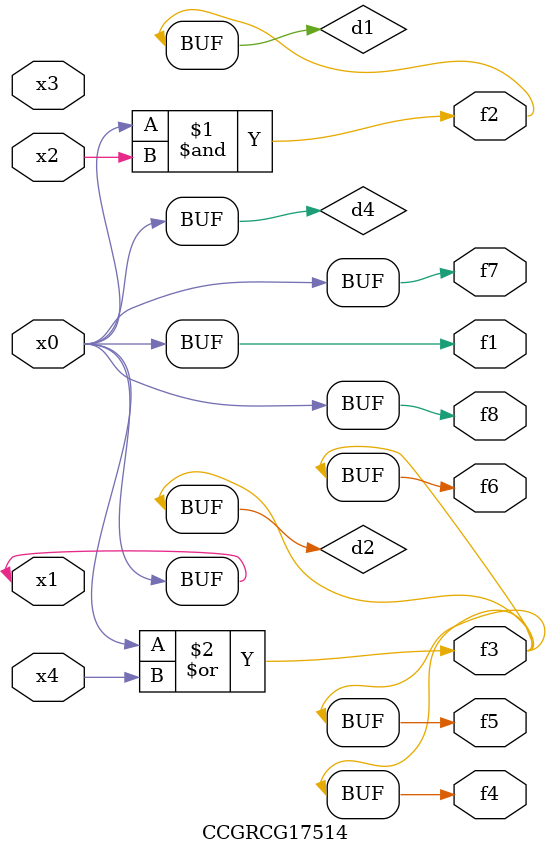
<source format=v>
module CCGRCG17514(
	input x0, x1, x2, x3, x4,
	output f1, f2, f3, f4, f5, f6, f7, f8
);

	wire d1, d2, d3, d4;

	and (d1, x0, x2);
	or (d2, x0, x4);
	nand (d3, x0, x2);
	buf (d4, x0, x1);
	assign f1 = d4;
	assign f2 = d1;
	assign f3 = d2;
	assign f4 = d2;
	assign f5 = d2;
	assign f6 = d2;
	assign f7 = d4;
	assign f8 = d4;
endmodule

</source>
